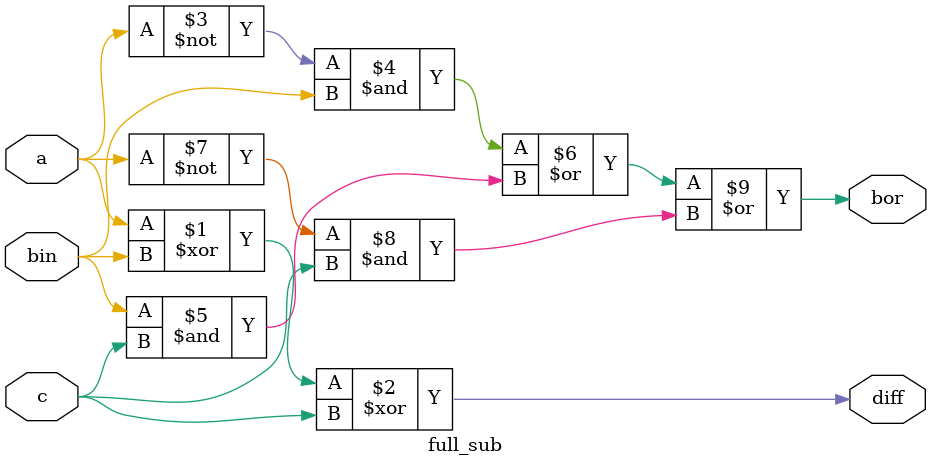
<source format=v>
module full_sub(a,bin,c,diff,bor);
input a,bin,c;
output diff, bor;
assign diff = a^bin^c;
assign bor = (~a&bin)|(bin&c)|(~a&c);
endmodule

</source>
